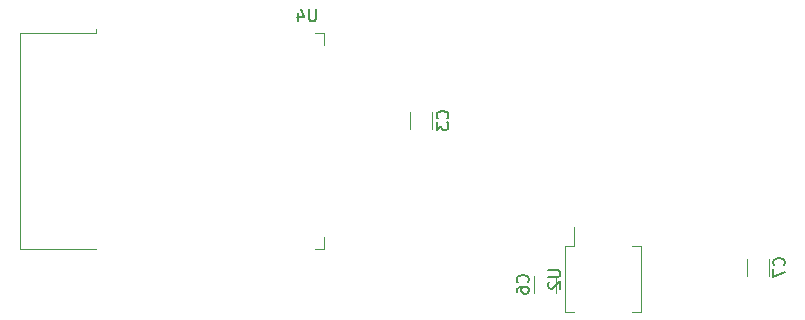
<source format=gbr>
%TF.GenerationSoftware,KiCad,Pcbnew,7.0.8*%
%TF.CreationDate,2023-11-05T22:27:44-08:00*%
%TF.ProjectId,Water Meter Analog - R1,57617465-7220-44d6-9574-657220416e61,rev?*%
%TF.SameCoordinates,Original*%
%TF.FileFunction,Legend,Bot*%
%TF.FilePolarity,Positive*%
%FSLAX46Y46*%
G04 Gerber Fmt 4.6, Leading zero omitted, Abs format (unit mm)*
G04 Created by KiCad (PCBNEW 7.0.8) date 2023-11-05 22:27:44*
%MOMM*%
%LPD*%
G01*
G04 APERTURE LIST*
%ADD10C,0.150000*%
%ADD11C,0.120000*%
G04 APERTURE END LIST*
D10*
X59209580Y65666666D02*
X59257200Y65714285D01*
X59257200Y65714285D02*
X59304819Y65857142D01*
X59304819Y65857142D02*
X59304819Y65952380D01*
X59304819Y65952380D02*
X59257200Y66095237D01*
X59257200Y66095237D02*
X59161961Y66190475D01*
X59161961Y66190475D02*
X59066723Y66238094D01*
X59066723Y66238094D02*
X58876247Y66285713D01*
X58876247Y66285713D02*
X58733390Y66285713D01*
X58733390Y66285713D02*
X58542914Y66238094D01*
X58542914Y66238094D02*
X58447676Y66190475D01*
X58447676Y66190475D02*
X58352438Y66095237D01*
X58352438Y66095237D02*
X58304819Y65952380D01*
X58304819Y65952380D02*
X58304819Y65857142D01*
X58304819Y65857142D02*
X58352438Y65714285D01*
X58352438Y65714285D02*
X58400057Y65666666D01*
X58304819Y65333332D02*
X58304819Y64666666D01*
X58304819Y64666666D02*
X59304819Y65095237D01*
X37509580Y64229166D02*
X37557200Y64276785D01*
X37557200Y64276785D02*
X37604819Y64419642D01*
X37604819Y64419642D02*
X37604819Y64514880D01*
X37604819Y64514880D02*
X37557200Y64657737D01*
X37557200Y64657737D02*
X37461961Y64752975D01*
X37461961Y64752975D02*
X37366723Y64800594D01*
X37366723Y64800594D02*
X37176247Y64848213D01*
X37176247Y64848213D02*
X37033390Y64848213D01*
X37033390Y64848213D02*
X36842914Y64800594D01*
X36842914Y64800594D02*
X36747676Y64752975D01*
X36747676Y64752975D02*
X36652438Y64657737D01*
X36652438Y64657737D02*
X36604819Y64514880D01*
X36604819Y64514880D02*
X36604819Y64419642D01*
X36604819Y64419642D02*
X36652438Y64276785D01*
X36652438Y64276785D02*
X36700057Y64229166D01*
X36604819Y63372023D02*
X36604819Y63562499D01*
X36604819Y63562499D02*
X36652438Y63657737D01*
X36652438Y63657737D02*
X36700057Y63705356D01*
X36700057Y63705356D02*
X36842914Y63800594D01*
X36842914Y63800594D02*
X37033390Y63848213D01*
X37033390Y63848213D02*
X37414342Y63848213D01*
X37414342Y63848213D02*
X37509580Y63800594D01*
X37509580Y63800594D02*
X37557200Y63752975D01*
X37557200Y63752975D02*
X37604819Y63657737D01*
X37604819Y63657737D02*
X37604819Y63467261D01*
X37604819Y63467261D02*
X37557200Y63372023D01*
X37557200Y63372023D02*
X37509580Y63324404D01*
X37509580Y63324404D02*
X37414342Y63276785D01*
X37414342Y63276785D02*
X37176247Y63276785D01*
X37176247Y63276785D02*
X37081009Y63324404D01*
X37081009Y63324404D02*
X37033390Y63372023D01*
X37033390Y63372023D02*
X36985771Y63467261D01*
X36985771Y63467261D02*
X36985771Y63657737D01*
X36985771Y63657737D02*
X37033390Y63752975D01*
X37033390Y63752975D02*
X37081009Y63800594D01*
X37081009Y63800594D02*
X37176247Y63848213D01*
X30709580Y78104166D02*
X30757200Y78151785D01*
X30757200Y78151785D02*
X30804819Y78294642D01*
X30804819Y78294642D02*
X30804819Y78389880D01*
X30804819Y78389880D02*
X30757200Y78532737D01*
X30757200Y78532737D02*
X30661961Y78627975D01*
X30661961Y78627975D02*
X30566723Y78675594D01*
X30566723Y78675594D02*
X30376247Y78723213D01*
X30376247Y78723213D02*
X30233390Y78723213D01*
X30233390Y78723213D02*
X30042914Y78675594D01*
X30042914Y78675594D02*
X29947676Y78627975D01*
X29947676Y78627975D02*
X29852438Y78532737D01*
X29852438Y78532737D02*
X29804819Y78389880D01*
X29804819Y78389880D02*
X29804819Y78294642D01*
X29804819Y78294642D02*
X29852438Y78151785D01*
X29852438Y78151785D02*
X29900057Y78104166D01*
X29804819Y77770832D02*
X29804819Y77151785D01*
X29804819Y77151785D02*
X30185771Y77485118D01*
X30185771Y77485118D02*
X30185771Y77342261D01*
X30185771Y77342261D02*
X30233390Y77247023D01*
X30233390Y77247023D02*
X30281009Y77199404D01*
X30281009Y77199404D02*
X30376247Y77151785D01*
X30376247Y77151785D02*
X30614342Y77151785D01*
X30614342Y77151785D02*
X30709580Y77199404D01*
X30709580Y77199404D02*
X30757200Y77247023D01*
X30757200Y77247023D02*
X30804819Y77342261D01*
X30804819Y77342261D02*
X30804819Y77627975D01*
X30804819Y77627975D02*
X30757200Y77723213D01*
X30757200Y77723213D02*
X30709580Y77770832D01*
X19576904Y87335180D02*
X19576904Y86525657D01*
X19576904Y86525657D02*
X19529285Y86430419D01*
X19529285Y86430419D02*
X19481666Y86382800D01*
X19481666Y86382800D02*
X19386428Y86335180D01*
X19386428Y86335180D02*
X19195952Y86335180D01*
X19195952Y86335180D02*
X19100714Y86382800D01*
X19100714Y86382800D02*
X19053095Y86430419D01*
X19053095Y86430419D02*
X19005476Y86525657D01*
X19005476Y86525657D02*
X19005476Y87335180D01*
X18100714Y87001847D02*
X18100714Y86335180D01*
X18338809Y87382800D02*
X18576904Y86668514D01*
X18576904Y86668514D02*
X17957857Y86668514D01*
X39269819Y65261904D02*
X40079342Y65261904D01*
X40079342Y65261904D02*
X40174580Y65214285D01*
X40174580Y65214285D02*
X40222200Y65166666D01*
X40222200Y65166666D02*
X40269819Y65071428D01*
X40269819Y65071428D02*
X40269819Y64880952D01*
X40269819Y64880952D02*
X40222200Y64785714D01*
X40222200Y64785714D02*
X40174580Y64738095D01*
X40174580Y64738095D02*
X40079342Y64690476D01*
X40079342Y64690476D02*
X39269819Y64690476D01*
X39365057Y64261904D02*
X39317438Y64214285D01*
X39317438Y64214285D02*
X39269819Y64119047D01*
X39269819Y64119047D02*
X39269819Y63880952D01*
X39269819Y63880952D02*
X39317438Y63785714D01*
X39317438Y63785714D02*
X39365057Y63738095D01*
X39365057Y63738095D02*
X39460295Y63690476D01*
X39460295Y63690476D02*
X39555533Y63690476D01*
X39555533Y63690476D02*
X39698390Y63738095D01*
X39698390Y63738095D02*
X40269819Y64309523D01*
X40269819Y64309523D02*
X40269819Y63690476D01*
D11*
%TO.C,C7*%
X56090000Y64788748D02*
X56090000Y66211252D01*
X57910000Y64788748D02*
X57910000Y66211252D01*
%TO.C,C6*%
X39910000Y64773752D02*
X39910000Y63351248D01*
X38090000Y64773752D02*
X38090000Y63351248D01*
%TO.C,C3*%
X27590000Y77226248D02*
X27590000Y78648752D01*
X29410000Y77226248D02*
X29410000Y78648752D01*
%TO.C,U4*%
X20265000Y85300000D02*
X20265000Y84300000D01*
X19485000Y85300000D02*
X20265000Y85300000D01*
X940000Y85300000D02*
X940000Y85680000D01*
X-5475000Y85300000D02*
X940000Y85300000D01*
X-5475000Y85300000D02*
X-5475000Y67060000D01*
X20265000Y67060000D02*
X20265000Y68060000D01*
X19485000Y67060000D02*
X20265000Y67060000D01*
X-5475000Y67060000D02*
X940000Y67060000D01*
%TO.C,U2*%
X40655000Y61740000D02*
X41400000Y61740000D01*
X40655000Y67260000D02*
X41400000Y67260000D01*
X47075000Y64500000D02*
X47075000Y67260000D01*
X40655000Y64500000D02*
X40655000Y61740000D01*
X47075000Y64500000D02*
X47075000Y61740000D01*
X47075000Y67260000D02*
X46330000Y67260000D01*
X40655000Y64500000D02*
X40655000Y67260000D01*
X47075000Y61740000D02*
X46330000Y61740000D01*
X41400000Y67260000D02*
X41400000Y68950000D01*
%TD*%
M02*

</source>
